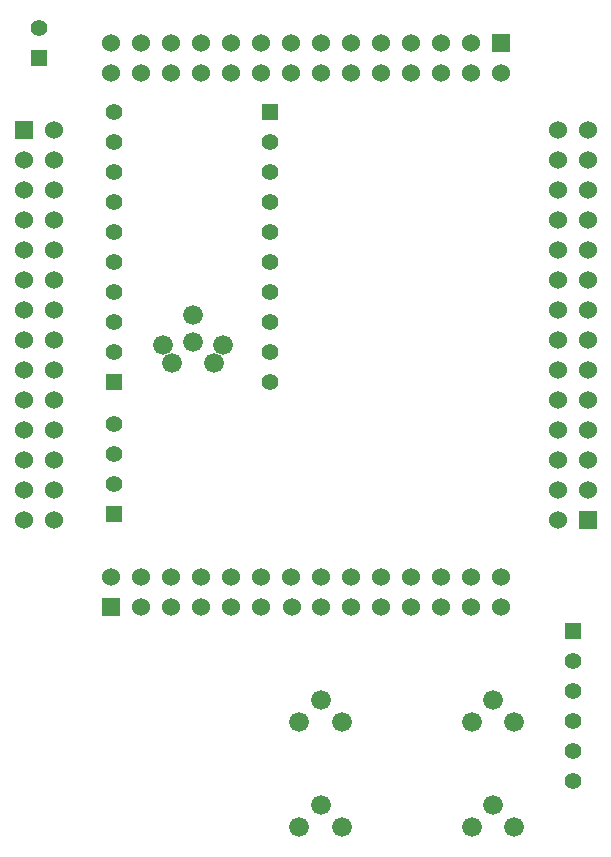
<source format=gbs>
G04 (created by PCBNEW (2013-07-07 BZR 4022)-stable) date 7/4/2017 7:52:43 PM*
%MOIN*%
G04 Gerber Fmt 3.4, Leading zero omitted, Abs format*
%FSLAX34Y34*%
G01*
G70*
G90*
G04 APERTURE LIST*
%ADD10C,0.00590551*%
%ADD11C,0.06*%
%ADD12R,0.06X0.06*%
%ADD13R,0.055X0.055*%
%ADD14C,0.055*%
%ADD15C,0.066*%
G04 APERTURE END LIST*
G54D10*
G54D11*
X47900Y-31900D03*
X47900Y-30900D03*
X47900Y-29900D03*
X47900Y-28900D03*
X48900Y-40900D03*
X48900Y-39900D03*
X48900Y-38900D03*
X48900Y-37900D03*
X48900Y-36900D03*
X47900Y-40900D03*
X48900Y-35900D03*
X47900Y-39900D03*
X48900Y-34900D03*
X47900Y-38900D03*
X48900Y-33900D03*
X47900Y-37900D03*
X48900Y-32900D03*
X47900Y-36900D03*
X48900Y-31900D03*
X47900Y-35900D03*
X48900Y-30900D03*
X47900Y-34900D03*
X48900Y-29900D03*
X47900Y-33900D03*
X48900Y-28900D03*
X47900Y-32900D03*
X48900Y-27900D03*
G54D12*
X47900Y-27900D03*
X66700Y-40900D03*
G54D11*
X65700Y-40900D03*
X66700Y-35900D03*
X65700Y-39900D03*
X66700Y-34900D03*
X65700Y-38900D03*
X66700Y-33900D03*
X65700Y-37900D03*
X66700Y-32900D03*
X65700Y-36900D03*
X66700Y-31900D03*
X65700Y-35900D03*
X66700Y-30900D03*
X65700Y-34900D03*
X66700Y-29900D03*
X65700Y-33900D03*
X66700Y-28900D03*
X65700Y-32900D03*
X66700Y-27900D03*
X65700Y-31900D03*
X65700Y-30900D03*
X65700Y-29900D03*
X65700Y-28900D03*
X65700Y-27900D03*
X66700Y-39900D03*
X66700Y-38900D03*
X66700Y-37900D03*
X66700Y-36900D03*
X59800Y-25000D03*
X60800Y-25000D03*
X61800Y-25000D03*
X62800Y-25000D03*
X50800Y-26000D03*
X51800Y-26000D03*
X52800Y-26000D03*
X53800Y-26000D03*
X54800Y-26000D03*
X50800Y-25000D03*
X55800Y-26000D03*
X51800Y-25000D03*
X56800Y-26000D03*
X52800Y-25000D03*
X57800Y-26000D03*
X53800Y-25000D03*
X58800Y-26000D03*
X54800Y-25000D03*
X59800Y-26000D03*
X55800Y-25000D03*
X60800Y-26000D03*
X56800Y-25000D03*
X61800Y-26000D03*
X57800Y-25000D03*
X62800Y-26000D03*
X58800Y-25000D03*
X63800Y-26000D03*
G54D12*
X63800Y-25000D03*
X50800Y-43800D03*
G54D11*
X50800Y-42800D03*
X55800Y-43800D03*
X51800Y-42800D03*
X56850Y-43800D03*
X52800Y-42800D03*
X57800Y-43800D03*
X53800Y-42800D03*
X58800Y-43800D03*
X54800Y-42800D03*
X59800Y-43800D03*
X55800Y-42800D03*
X60800Y-43800D03*
X56800Y-42800D03*
X61800Y-43800D03*
X57800Y-42800D03*
X62800Y-43800D03*
X58800Y-42800D03*
X63800Y-43800D03*
X59800Y-42800D03*
X60800Y-42800D03*
X61800Y-42800D03*
X62800Y-42800D03*
X63800Y-42800D03*
X51800Y-43800D03*
X52800Y-43800D03*
X53800Y-43800D03*
X54800Y-43800D03*
G54D13*
X48400Y-25500D03*
G54D14*
X48400Y-24500D03*
X50900Y-27300D03*
X50900Y-28300D03*
X50900Y-29300D03*
X50900Y-30300D03*
X50900Y-31300D03*
X50900Y-32300D03*
X50900Y-33300D03*
X50900Y-34300D03*
G54D13*
X50900Y-36300D03*
G54D14*
X50900Y-35300D03*
G54D15*
X52840Y-35660D03*
X53550Y-34950D03*
X54260Y-35660D03*
X62840Y-47610D03*
X63550Y-46900D03*
X64260Y-47610D03*
X57090Y-51110D03*
X57800Y-50400D03*
X58510Y-51110D03*
X62840Y-51110D03*
X63550Y-50400D03*
X64260Y-51110D03*
X57090Y-47610D03*
X57800Y-46900D03*
X58510Y-47610D03*
G54D14*
X56100Y-36300D03*
X56100Y-35300D03*
X56100Y-34300D03*
X56100Y-33300D03*
X56100Y-32300D03*
X56100Y-31300D03*
X56100Y-30300D03*
X56100Y-29300D03*
G54D13*
X56100Y-27300D03*
G54D14*
X56100Y-28300D03*
X66200Y-49600D03*
X66200Y-48600D03*
X66200Y-47600D03*
X66200Y-46600D03*
G54D13*
X66200Y-44600D03*
G54D14*
X66200Y-45600D03*
X50900Y-37700D03*
X50900Y-38700D03*
G54D13*
X50900Y-40700D03*
G54D14*
X50900Y-39700D03*
G54D15*
X52550Y-35050D03*
X53550Y-34050D03*
X54550Y-35050D03*
M02*

</source>
